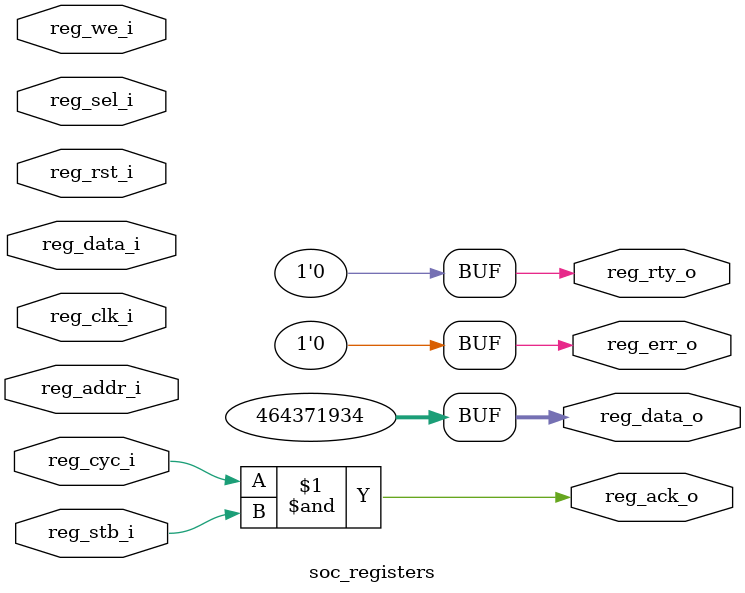
<source format=v>



module soc_registers(
                      input   [31:0]  reg_data_i,
                      output  [31:0]  reg_data_o,
                      input   [31:0]  reg_addr_i,
                      input   [3:0]   reg_sel_i,
                      input           reg_we_i,
                      input           reg_cyc_i,
                      input           reg_stb_i,
                      output          reg_ack_o,
                      output          reg_err_o,
                      output          reg_rty_o,
      
                      input           reg_clk_i, 
                      input           reg_rst_i
                    );
                     
                           
  //---------------------------------------------------
  // outputs
  assign reg_data_o = 32'h1bad_c0de;
  assign reg_ack_o = reg_cyc_i & reg_stb_i;
  assign reg_err_o = 1'b0;
  assign reg_rty_o = 1'b0;

endmodule


</source>
